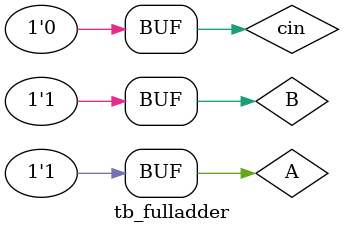
<source format=v>
module fulladder(
    output sum, cout,
    input A, B, cin);
    
    wire w1, w2, w3;
    xor(w1, A, B);
    xor (sum, w1, cin); 
    and (w2, A, B);
    and (w3, w1, cin);
    or (cout, w2, w3);
    
endmodule

module tb_fulladder();
    wire sum, cout;
    reg A, B, cin;
    
    fulladder SUT(.sum(sum), .cout(cout), .A(A), .B(B), .cin(cin));
    
    parameter PERIOD=10;
    
    initial begin
        cin=1'B0; A=1'b0; B=1'b0; #PERIOD;
        cin=1'B0; A=1'b1; B=1'b0; #PERIOD;
        cin=1'B0; A=1'b0; B=1'b1; #PERIOD;
        cin=1'B0; A=1'b1; B=1'b1; #PERIOD;
    end
endmodule

</source>
